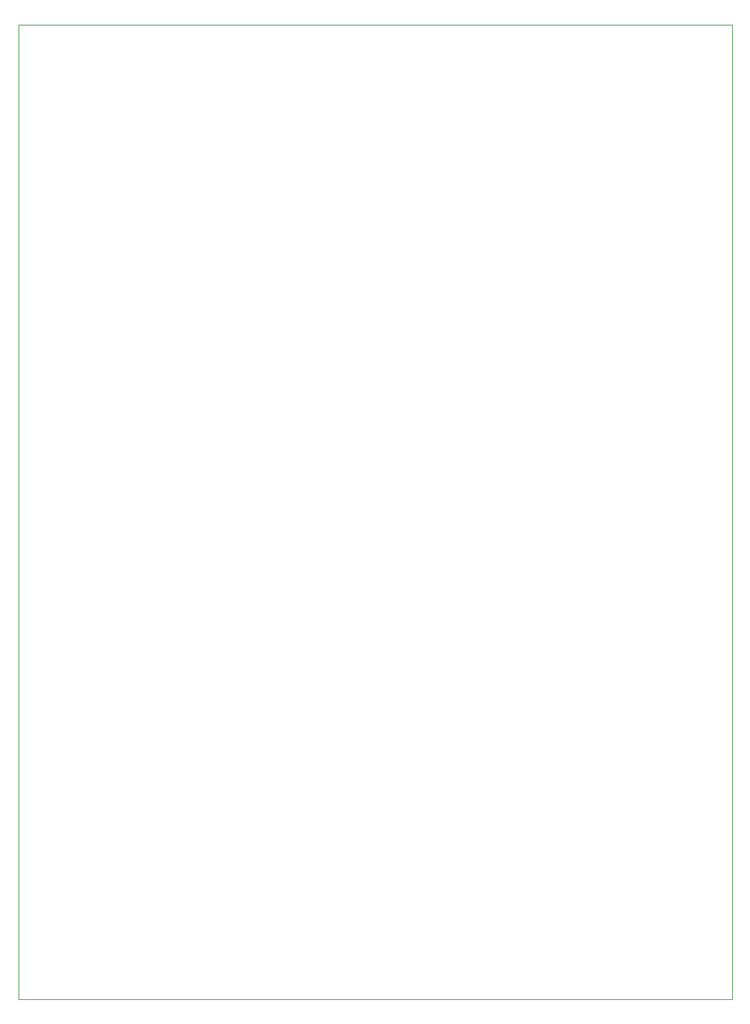
<source format=gbr>
%TF.GenerationSoftware,KiCad,Pcbnew,(7.0.0-0)*%
%TF.CreationDate,2023-03-19T23:14:05+09:00*%
%TF.ProjectId,Spct,53706374-2e6b-4696-9361-645f70636258,rev?*%
%TF.SameCoordinates,PX2540608PY1ee3f58*%
%TF.FileFunction,Profile,NP*%
%FSLAX46Y46*%
G04 Gerber Fmt 4.6, Leading zero omitted, Abs format (unit mm)*
G04 Created by KiCad (PCBNEW (7.0.0-0)) date 2023-03-19 23:14:05*
%MOMM*%
%LPD*%
G01*
G04 APERTURE LIST*
%TA.AperFunction,Profile*%
%ADD10C,0.100000*%
%TD*%
G04 APERTURE END LIST*
D10*
X0Y0D02*
X88000000Y0D01*
X88000000Y0D02*
X88000000Y-120000000D01*
X88000000Y-120000000D02*
X0Y-120000000D01*
X0Y-120000000D02*
X0Y0D01*
M02*

</source>
